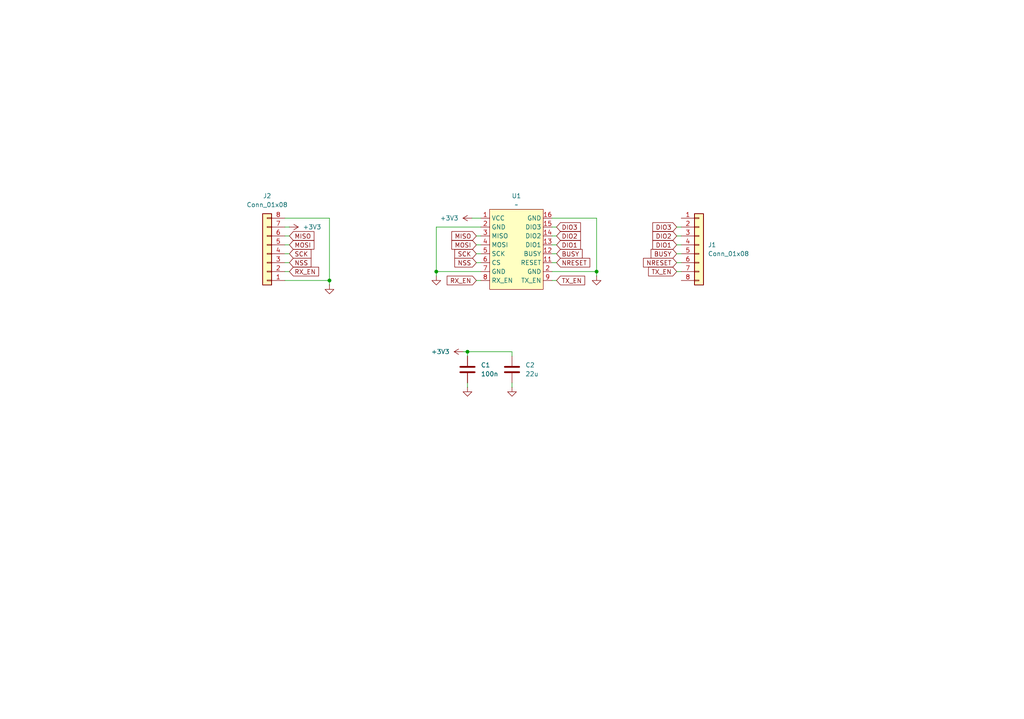
<source format=kicad_sch>
(kicad_sch (version 20231120) (generator "eeschema") (generator_version "8.0")
  (paper "User" 292.1 205.105)
  (lib_symbols
    (symbol "Connector_Generic:Conn_01x08" (pin_names (offset 1.016) hide)
      (property "Reference" "J" (at 0 10.16 0))
      (property "Value" "Conn_01x08" (at 0 -12.7 0))
      (symbol "Conn_01x08_1_1"
        (rectangle (start -1.27 -10.033) (end 0 -10.287) (stroke (width 0.1524)))
        (rectangle (start -1.27 -7.493) (end 0 -7.747) (stroke (width 0.1524)))
        (rectangle (start -1.27 -4.953) (end 0 -5.207) (stroke (width 0.1524)))
        (rectangle (start -1.27 -2.413) (end 0 -2.667) (stroke (width 0.1524)))
        (rectangle (start -1.27 0.127) (end 0 -0.127) (stroke (width 0.1524)))
        (rectangle (start -1.27 2.667) (end 0 2.413) (stroke (width 0.1524)))
        (rectangle (start -1.27 5.207) (end 0 4.953) (stroke (width 0.1524)))
        (rectangle (start -1.27 7.747) (end 0 7.493) (stroke (width 0.1524)))
        (rectangle (start -1.27 8.89) (end 1.27 -11.43) (stroke (width 0.254)) (fill (type background)))
        (pin passive line (at -5.08 7.62 0) (length 3.81) (name "Pin_1") (number "1"))
        (pin passive line (at -5.08 5.08 0) (length 3.81) (name "Pin_2") (number "2"))
        (pin passive line (at -5.08 2.54 0) (length 3.81) (name "Pin_3") (number "3"))
        (pin passive line (at -5.08 0 0) (length 3.81) (name "Pin_4") (number "4"))
        (pin passive line (at -5.08 -2.54 0) (length 3.81) (name "Pin_5") (number "5"))
        (pin passive line (at -5.08 -5.08 0) (length 3.81) (name "Pin_6") (number "6"))
        (pin passive line (at -5.08 -7.62 0) (length 3.81) (name "Pin_7") (number "7"))
        (pin passive line (at -5.08 -10.16 0) (length 3.81) (name "Pin_8") (number "8"))
      )
    )
    (symbol "Device:C" (pin_numbers hide) (pin_names (offset 0.254))
      (property "Reference" "C" (at 0.635 2.54 0))
      (property "Value" "C" (at 0.635 -2.54 0))
      (symbol "C_0_1"
        (polyline (pts (xy -2.032 -0.762) (xy 2.032 -0.762)) (stroke (width 0.508)))
        (polyline (pts (xy -2.032 0.762) (xy 2.032 0.762)) (stroke (width 0.508)))
      )
      (symbol "C_1_1"
        (pin passive line (at 0 3.81 270) (length 2.794) (name "~") (number "1"))
        (pin passive line (at 0 -3.81 90) (length 2.794) (name "~") (number "2"))
      )
    )
    (symbol "e28-2G4M27S:E28-2G4M27S"
      (property "Reference" "U" (at 0 0 0))
      (symbol "E28-2G4M27S_1_1"
        (rectangle (start -7.62 -1.27) (end 7.62 -24.13) (fill (type background)))
        (pin power_in line (at -10.16 -3.81 0) (length 2.54) (name "VCC") (number "1"))
        (pin bidirectional line (at 10.16 -16.51 180) (length 2.54) (name "RESET") (number "11"))
        (pin bidirectional line (at 10.16 -13.97 180) (length 2.54) (name "BUSY") (number "12"))
        (pin bidirectional line (at 10.16 -11.43 180) (length 2.54) (name "DIO1") (number "13"))
        (pin bidirectional line (at 10.16 -8.89 180) (length 2.54) (name "DIO2") (number "14"))
        (pin bidirectional line (at 10.16 -6.35 180) (length 2.54) (name "DIO3") (number "15"))
        (pin bidirectional line (at 10.16 -3.81 180) (length 2.54) (name "GND") (number "16"))
        (pin bidirectional line (at -10.16 -6.35 0) (length 2.54) (name "GND") (number "2"))
        (pin bidirectional line (at 10.16 -19.05 180) (length 2.54) (name "GND") (number "2"))
        (pin bidirectional line (at -10.16 -8.89 0) (length 2.54) (name "MISO") (number "3"))
        (pin bidirectional line (at -10.16 -11.43 0) (length 2.54) (name "MOSI") (number "4"))
        (pin bidirectional line (at -10.16 -13.97 0) (length 2.54) (name "SCK") (number "5"))
        (pin bidirectional line (at -10.16 -16.51 0) (length 2.54) (name "CS") (number "6"))
        (pin bidirectional line (at -10.16 -19.05 0) (length 2.54) (name "GND") (number "7"))
        (pin bidirectional line (at -10.16 -21.59 0) (length 2.54) (name "RX_EN") (number "8"))
        (pin bidirectional line (at 10.16 -21.59 180) (length 2.54) (name "TX_EN") (number "9"))
      )
    )
    (symbol "power:+3V3" (power) (pin_numbers hide) (pin_names (offset 0) hide)
      (property "Value" "+3V3" (at 0 3.556 0))
      (symbol "+3V3_0_1"
        (polyline (pts (xy -0.762 1.27) (xy 0 2.54)))
        (polyline (pts (xy 0 0) (xy 0 2.54)))
        (polyline (pts (xy 0 2.54) (xy 0.762 1.27)))
      )
      (symbol "+3V3_1_1"
        (pin power_in line (at 0 0 90) (length 0) (name "~") (number "1"))
      )
    )
    (symbol "power:GND" (power) (pin_numbers hide) (pin_names (offset 0) hide)
      (property "Value" "GND" (at 0 -3.81 0))
      (symbol "GND_0_1"
        (polyline (pts (xy 0 0) (xy 0 -1.27) (xy 1.27 -1.27) (xy 0 -2.54) (xy -1.27 -1.27) (xy 0 -1.27)))
      )
      (symbol "GND_1_1"
        (pin power_in line (at 0 0 270) (length 0) (name "~") (number "1"))
      )
    )
  )
  (junction (at 133.35 100.33))
  (junction (at 170.18 77.47))
  (junction (at 93.98 80.01))
  (junction (at 124.46 77.47))
  (wire (pts (xy 134.62 62.23) (xy 137.16 62.23)))
  (wire (pts (xy 133.35 101.6) (xy 133.35 100.33)))
  (wire (pts (xy 133.35 109.22) (xy 133.35 110.49)))
  (wire (pts (xy 82.55 74.93) (xy 81.28 74.93)))
  (wire (pts (xy 81.28 80.01) (xy 93.98 80.01)))
  (wire (pts (xy 124.46 64.77) (xy 137.16 64.77)))
  (wire (pts (xy 82.55 67.31) (xy 81.28 67.31)))
  (wire (pts (xy 93.98 80.01) (xy 93.98 62.23)))
  (wire (pts (xy 158.75 67.31) (xy 157.48 67.31)))
  (wire (pts (xy 170.18 62.23) (xy 170.18 77.47)))
  (wire (pts (xy 193.04 67.31) (xy 194.31 67.31)))
  (wire (pts (xy 158.75 69.85) (xy 157.48 69.85)))
  (wire (pts (xy 157.48 64.77) (xy 158.75 64.77)))
  (wire (pts (xy 82.55 64.77) (xy 81.28 64.77)))
  (wire (pts (xy 193.04 72.39) (xy 194.31 72.39)))
  (wire (pts (xy 82.55 69.85) (xy 81.28 69.85)))
  (wire (pts (xy 157.48 62.23) (xy 170.18 62.23)))
  (wire (pts (xy 135.89 72.39) (xy 137.16 72.39)))
  (wire (pts (xy 146.05 109.22) (xy 146.05 110.49)))
  (wire (pts (xy 157.48 77.47) (xy 170.18 77.47)))
  (wire (pts (xy 158.75 80.01) (xy 157.48 80.01)))
  (wire (pts (xy 135.89 69.85) (xy 137.16 69.85)))
  (wire (pts (xy 158.75 74.93) (xy 157.48 74.93)))
  (wire (pts (xy 146.05 101.6) (xy 146.05 100.33)))
  (wire (pts (xy 137.16 77.47) (xy 124.46 77.47)))
  (wire (pts (xy 82.55 77.47) (xy 81.28 77.47)))
  (wire (pts (xy 135.89 80.01) (xy 137.16 80.01)))
  (wire (pts (xy 124.46 77.47) (xy 124.46 64.77)))
  (wire (pts (xy 193.04 69.85) (xy 194.31 69.85)))
  (wire (pts (xy 193.04 77.47) (xy 194.31 77.47)))
  (wire (pts (xy 133.35 100.33) (xy 146.05 100.33)))
  (wire (pts (xy 170.18 77.47) (xy 170.18 78.74)))
  (wire (pts (xy 93.98 80.01) (xy 93.98 81.28)))
  (wire (pts (xy 133.35 100.33) (xy 132.08 100.33)))
  (wire (pts (xy 135.89 67.31) (xy 137.16 67.31)))
  (wire (pts (xy 193.04 64.77) (xy 194.31 64.77)))
  (wire (pts (xy 124.46 78.74) (xy 124.46 77.47)))
  (wire (pts (xy 158.75 72.39) (xy 157.48 72.39)))
  (wire (pts (xy 81.28 62.23) (xy 93.98 62.23)))
  (wire (pts (xy 135.89 74.93) (xy 137.16 74.93)))
  (wire (pts (xy 193.04 74.93) (xy 194.31 74.93)))
  (wire (pts (xy 82.55 72.39) (xy 81.28 72.39)))
  (global_label "MISO" (shape input) (at 82.55 67.31 0) (property "Intersheetrefs" "${INTERSHEET_REFS}" (effects (hide yes))))
  (global_label "NSS" (shape input) (at 135.89 74.93 180) (property "Intersheetrefs" "${INTERSHEET_REFS}" (effects (hide yes))))
  (global_label "BUSY" (shape input) (at 193.04 72.39 180) (property "Intersheetrefs" "${INTERSHEET_REFS}" (effects (hide yes))))
  (global_label "DIO1" (shape input) (at 158.75 69.85 0) (property "Intersheetrefs" "${INTERSHEET_REFS}" (effects (hide yes))))
  (global_label "MOSI" (shape input) (at 82.55 69.85 0) (property "Intersheetrefs" "${INTERSHEET_REFS}" (effects (hide yes))))
  (global_label "RX_EN" (shape input) (at 82.55 77.47 0) (property "Intersheetrefs" "${INTERSHEET_REFS}" (effects (hide yes))))
  (global_label "NRESET" (shape input) (at 193.04 74.93 180) (property "Intersheetrefs" "${INTERSHEET_REFS}" (effects (hide yes))))
  (global_label "SCK" (shape input) (at 135.89 72.39 180) (property "Intersheetrefs" "${INTERSHEET_REFS}" (effects (hide yes))))
  (global_label "DIO3" (shape input) (at 158.75 64.77 0) (property "Intersheetrefs" "${INTERSHEET_REFS}" (effects (hide yes))))
  (global_label "TX_EN" (shape input) (at 193.04 77.47 180) (property "Intersheetrefs" "${INTERSHEET_REFS}" (effects (hide yes))))
  (global_label "DIO3" (shape input) (at 193.04 64.77 180) (property "Intersheetrefs" "${INTERSHEET_REFS}" (effects (hide yes))))
  (global_label "NRESET" (shape input) (at 158.75 74.93 0) (property "Intersheetrefs" "${INTERSHEET_REFS}" (effects (hide yes))))
  (global_label "TX_EN" (shape input) (at 158.75 80.01 0) (property "Intersheetrefs" "${INTERSHEET_REFS}" (effects (hide yes))))
  (global_label "RX_EN" (shape input) (at 135.89 80.01 180) (property "Intersheetrefs" "${INTERSHEET_REFS}" (effects (hide yes))))
  (global_label "DIO1" (shape input) (at 193.04 69.85 180) (property "Intersheetrefs" "${INTERSHEET_REFS}" (effects (hide yes))))
  (global_label "DIO2" (shape input) (at 193.04 67.31 180) (property "Intersheetrefs" "${INTERSHEET_REFS}" (effects (hide yes))))
  (global_label "BUSY" (shape input) (at 158.75 72.39 0) (property "Intersheetrefs" "${INTERSHEET_REFS}" (effects (hide yes))))
  (global_label "MISO" (shape input) (at 135.89 67.31 180) (property "Intersheetrefs" "${INTERSHEET_REFS}" (effects (hide yes))))
  (global_label "SCK" (shape input) (at 82.55 72.39 0) (property "Intersheetrefs" "${INTERSHEET_REFS}" (effects (hide yes))))
  (global_label "MOSI" (shape input) (at 135.89 69.85 180) (property "Intersheetrefs" "${INTERSHEET_REFS}" (effects (hide yes))))
  (global_label "NSS" (shape input) (at 82.55 74.93 0) (property "Intersheetrefs" "${INTERSHEET_REFS}" (effects (hide yes))))
  (global_label "DIO2" (shape input) (at 158.75 67.31 0) (property "Intersheetrefs" "${INTERSHEET_REFS}" (effects (hide yes))))
  (symbol (lib_id "power:+3V3") (at 134.62 62.23 90) (unit 1)
    (property "Reference" "#PWR04" (effects (hide yes)))
    (property "Value" "+3V3" (at 130.81 62.2299 90) (effects (justify left)))
    (property "Description" "Power symbol creates a global label with name \"+3V3\"" (effects (hide yes)))
  )
  (symbol (lib_id "power:GND") (at 170.18 78.74 0) (unit 1)
    (property "Reference" "#PWR03" (effects (hide yes)))
    (property "Value" "GND" (effects (hide yes)))
    (property "Description" "Power symbol creates a global label with name \"GND\" , ground" (effects (hide yes)))
  )
  (symbol (lib_id "e28-2G4M27S:E28-2G4M27S") (at 147.32 58.42 0) (unit 1)
    (property "Reference" "U1" (at 147.32 55.88 0))
    (property "Value" "~" (at 147.32 58.42 0))
  )
  (symbol (lib_id "power:GND") (at 124.46 78.74 0) (unit 1)
    (property "Reference" "#PWR01" (effects (hide yes)))
    (property "Value" "GND" (effects (hide yes)))
    (property "Description" "Power symbol creates a global label with name \"GND\" , ground" (effects (hide yes)))
  )
  (symbol (lib_id "power:GND") (at 93.98 81.28 0) (unit 1)
    (property "Reference" "#PWR02" (effects (hide yes)))
    (property "Value" "GND" (effects (hide yes)))
    (property "Description" "Power symbol creates a global label with name \"GND\" , ground" (effects (hide yes)))
  )
  (symbol (lib_id "Connector_Generic:Conn_01x08") (at 199.39 69.85 0) (unit 1)
    (property "Reference" "J1" (at 201.93 69.8499 0) (effects (justify left)))
    (property "Value" "Conn_01x08" (at 201.93 72.3899 0) (effects (justify left)))
    (property "Footprint" "Connector_PinHeader_2.54mm:PinHeader_1x06_P2.54mm_Vertical" (effects (hide yes)))
    (property "Description" "Generic connector, single row, 01x08, script generated (kicad-library-utils/schlib/autogen/connector/)" (effects (hide yes)))
  )
  (symbol (lib_id "power:GND") (at 146.05 110.49 0) (unit 1)
    (property "Reference" "#PWR07" (effects (hide yes)))
    (property "Value" "GND" (effects (hide yes)))
    (property "Description" "Power symbol creates a global label with name \"GND\" , ground" (effects (hide yes)))
  )
  (symbol (lib_id "power:+3V3") (at 82.55 64.77 270) (unit 1)
    (property "Reference" "#PWR08" (effects (hide yes)))
    (property "Value" "+3V3" (at 86.36 64.7699 90) (effects (justify left)))
    (property "Description" "Power symbol creates a global label with name \"+3V3\"" (effects (hide yes)))
  )
  (symbol (lib_id "Connector_Generic:Conn_01x08") (at 76.2 72.39 180) (unit 1)
    (property "Reference" "J2" (at 76.2 55.88 0))
    (property "Value" "Conn_01x08" (at 76.2 58.42 0))
    (property "Footprint" "Connector_PinHeader_2.54mm:PinHeader_1x06_P2.54mm_Vertical" (effects (hide yes)))
    (property "Description" "Generic connector, single row, 01x08, script generated (kicad-library-utils/schlib/autogen/connector/)" (effects (hide yes)))
  )
  (symbol (lib_id "power:+3V3") (at 132.08 100.33 90) (unit 1)
    (property "Reference" "#PWR05" (effects (hide yes)))
    (property "Value" "+3V3" (at 128.27 100.3299 90) (effects (justify left)))
    (property "Description" "Power symbol creates a global label with name \"+3V3\"" (effects (hide yes)))
  )
  (symbol (lib_id "Device:C") (at 146.05 105.41 0) (unit 1)
    (property "Reference" "C2" (at 149.86 104.1399 0) (effects (justify left)))
    (property "Value" "22u" (at 149.86 106.6799 0) (effects (justify left)))
    (property "Footprint" "Capacitor_SMD:C_0603_1608Metric_Pad1.08x0.95mm_HandSolder" (effects (hide yes)))
    (property "Description" "Unpolarized capacitor" (effects (hide yes)))
  )
  (symbol (lib_id "Device:C") (at 133.35 105.41 0) (unit 1)
    (property "Reference" "C1" (at 137.16 104.1399 0) (effects (justify left)))
    (property "Value" "100n" (at 137.16 106.6799 0) (effects (justify left)))
    (property "Footprint" "Capacitor_SMD:C_0603_1608Metric_Pad1.08x0.95mm_HandSolder" (effects (hide yes)))
    (property "Description" "Unpolarized capacitor" (effects (hide yes)))
  )
  (symbol (lib_id "power:GND") (at 133.35 110.49 0) (unit 1)
    (property "Reference" "#PWR06" (effects (hide yes)))
    (property "Value" "GND" (effects (hide yes)))
    (property "Description" "Power symbol creates a global label with name \"GND\" , ground" (effects (hide yes)))
  )
)
</source>
